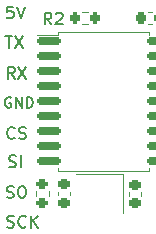
<source format=gto>
G04 #@! TF.GenerationSoftware,KiCad,Pcbnew,(6.0.8)*
G04 #@! TF.CreationDate,2023-04-23T16:45:02+02:00*
G04 #@! TF.ProjectId,17_CAN_Controller,31375f43-414e-45f4-936f-6e74726f6c6c,rev?*
G04 #@! TF.SameCoordinates,Original*
G04 #@! TF.FileFunction,Legend,Top*
G04 #@! TF.FilePolarity,Positive*
%FSLAX46Y46*%
G04 Gerber Fmt 4.6, Leading zero omitted, Abs format (unit mm)*
G04 Created by KiCad (PCBNEW (6.0.8)) date 2023-04-23 16:45:02*
%MOMM*%
%LPD*%
G01*
G04 APERTURE LIST*
G04 Aperture macros list*
%AMRoundRect*
0 Rectangle with rounded corners*
0 $1 Rounding radius*
0 $2 $3 $4 $5 $6 $7 $8 $9 X,Y pos of 4 corners*
0 Add a 4 corners polygon primitive as box body*
4,1,4,$2,$3,$4,$5,$6,$7,$8,$9,$2,$3,0*
0 Add four circle primitives for the rounded corners*
1,1,$1+$1,$2,$3*
1,1,$1+$1,$4,$5*
1,1,$1+$1,$6,$7*
1,1,$1+$1,$8,$9*
0 Add four rect primitives between the rounded corners*
20,1,$1+$1,$2,$3,$4,$5,0*
20,1,$1+$1,$4,$5,$6,$7,0*
20,1,$1+$1,$6,$7,$8,$9,0*
20,1,$1+$1,$8,$9,$2,$3,0*%
G04 Aperture macros list end*
%ADD10C,0.150000*%
%ADD11C,0.120000*%
%ADD12RoundRect,0.200000X0.200000X0.275000X-0.200000X0.275000X-0.200000X-0.275000X0.200000X-0.275000X0*%
%ADD13RoundRect,0.225000X0.225000X0.250000X-0.225000X0.250000X-0.225000X-0.250000X0.225000X-0.250000X0*%
%ADD14RoundRect,0.225000X-0.250000X0.225000X-0.250000X-0.225000X0.250000X-0.225000X0.250000X0.225000X0*%
%ADD15RoundRect,0.200000X-0.275000X0.200000X-0.275000X-0.200000X0.275000X-0.200000X0.275000X0.200000X0*%
%ADD16R,1.400000X1.200000*%
%ADD17RoundRect,0.150000X-0.875000X-0.150000X0.875000X-0.150000X0.875000X0.150000X-0.875000X0.150000X0*%
%ADD18R,1.700000X1.700000*%
%ADD19O,1.700000X1.700000*%
G04 APERTURE END LIST*
D10*
X106449523Y-63092380D02*
X105973333Y-63092380D01*
X105925714Y-63568571D01*
X105973333Y-63520952D01*
X106068571Y-63473333D01*
X106306666Y-63473333D01*
X106401904Y-63520952D01*
X106449523Y-63568571D01*
X106497142Y-63663809D01*
X106497142Y-63901904D01*
X106449523Y-63997142D01*
X106401904Y-64044761D01*
X106306666Y-64092380D01*
X106068571Y-64092380D01*
X105973333Y-64044761D01*
X105925714Y-63997142D01*
X106782857Y-63092380D02*
X107116190Y-64092380D01*
X107449523Y-63092380D01*
X106573333Y-69192380D02*
X106240000Y-68716190D01*
X106001904Y-69192380D02*
X106001904Y-68192380D01*
X106382857Y-68192380D01*
X106478095Y-68240000D01*
X106525714Y-68287619D01*
X106573333Y-68382857D01*
X106573333Y-68525714D01*
X106525714Y-68620952D01*
X106478095Y-68668571D01*
X106382857Y-68716190D01*
X106001904Y-68716190D01*
X106906666Y-68192380D02*
X107573333Y-69192380D01*
X107573333Y-68192380D02*
X106906666Y-69192380D01*
X106573333Y-74197142D02*
X106525714Y-74244761D01*
X106382857Y-74292380D01*
X106287619Y-74292380D01*
X106144761Y-74244761D01*
X106049523Y-74149523D01*
X106001904Y-74054285D01*
X105954285Y-73863809D01*
X105954285Y-73720952D01*
X106001904Y-73530476D01*
X106049523Y-73435238D01*
X106144761Y-73340000D01*
X106287619Y-73292380D01*
X106382857Y-73292380D01*
X106525714Y-73340000D01*
X106573333Y-73387619D01*
X106954285Y-74244761D02*
X107097142Y-74292380D01*
X107335238Y-74292380D01*
X107430476Y-74244761D01*
X107478095Y-74197142D01*
X107525714Y-74101904D01*
X107525714Y-74006666D01*
X107478095Y-73911428D01*
X107430476Y-73863809D01*
X107335238Y-73816190D01*
X107144761Y-73768571D01*
X107049523Y-73720952D01*
X107001904Y-73673333D01*
X106954285Y-73578095D01*
X106954285Y-73482857D01*
X107001904Y-73387619D01*
X107049523Y-73340000D01*
X107144761Y-73292380D01*
X107382857Y-73292380D01*
X107525714Y-73340000D01*
X106116190Y-76644761D02*
X106259047Y-76692380D01*
X106497142Y-76692380D01*
X106592380Y-76644761D01*
X106640000Y-76597142D01*
X106687619Y-76501904D01*
X106687619Y-76406666D01*
X106640000Y-76311428D01*
X106592380Y-76263809D01*
X106497142Y-76216190D01*
X106306666Y-76168571D01*
X106211428Y-76120952D01*
X106163809Y-76073333D01*
X106116190Y-75978095D01*
X106116190Y-75882857D01*
X106163809Y-75787619D01*
X106211428Y-75740000D01*
X106306666Y-75692380D01*
X106544761Y-75692380D01*
X106687619Y-75740000D01*
X107116190Y-76692380D02*
X107116190Y-75692380D01*
X105930476Y-79244761D02*
X106073333Y-79292380D01*
X106311428Y-79292380D01*
X106406666Y-79244761D01*
X106454285Y-79197142D01*
X106501904Y-79101904D01*
X106501904Y-79006666D01*
X106454285Y-78911428D01*
X106406666Y-78863809D01*
X106311428Y-78816190D01*
X106120952Y-78768571D01*
X106025714Y-78720952D01*
X105978095Y-78673333D01*
X105930476Y-78578095D01*
X105930476Y-78482857D01*
X105978095Y-78387619D01*
X106025714Y-78340000D01*
X106120952Y-78292380D01*
X106359047Y-78292380D01*
X106501904Y-78340000D01*
X107120952Y-78292380D02*
X107311428Y-78292380D01*
X107406666Y-78340000D01*
X107501904Y-78435238D01*
X107549523Y-78625714D01*
X107549523Y-78959047D01*
X107501904Y-79149523D01*
X107406666Y-79244761D01*
X107311428Y-79292380D01*
X107120952Y-79292380D01*
X107025714Y-79244761D01*
X106930476Y-79149523D01*
X106882857Y-78959047D01*
X106882857Y-78625714D01*
X106930476Y-78435238D01*
X107025714Y-78340000D01*
X107120952Y-78292380D01*
X105954285Y-81744761D02*
X106097142Y-81792380D01*
X106335238Y-81792380D01*
X106430476Y-81744761D01*
X106478095Y-81697142D01*
X106525714Y-81601904D01*
X106525714Y-81506666D01*
X106478095Y-81411428D01*
X106430476Y-81363809D01*
X106335238Y-81316190D01*
X106144761Y-81268571D01*
X106049523Y-81220952D01*
X106001904Y-81173333D01*
X105954285Y-81078095D01*
X105954285Y-80982857D01*
X106001904Y-80887619D01*
X106049523Y-80840000D01*
X106144761Y-80792380D01*
X106382857Y-80792380D01*
X106525714Y-80840000D01*
X107525714Y-81697142D02*
X107478095Y-81744761D01*
X107335238Y-81792380D01*
X107240000Y-81792380D01*
X107097142Y-81744761D01*
X107001904Y-81649523D01*
X106954285Y-81554285D01*
X106906666Y-81363809D01*
X106906666Y-81220952D01*
X106954285Y-81030476D01*
X107001904Y-80935238D01*
X107097142Y-80840000D01*
X107240000Y-80792380D01*
X107335238Y-80792380D01*
X107478095Y-80840000D01*
X107525714Y-80887619D01*
X107954285Y-81792380D02*
X107954285Y-80792380D01*
X108525714Y-81792380D02*
X108097142Y-81220952D01*
X108525714Y-80792380D02*
X107954285Y-81363809D01*
X106248285Y-70790000D02*
X106162571Y-70747142D01*
X106034000Y-70747142D01*
X105905428Y-70790000D01*
X105819714Y-70875714D01*
X105776857Y-70961428D01*
X105734000Y-71132857D01*
X105734000Y-71261428D01*
X105776857Y-71432857D01*
X105819714Y-71518571D01*
X105905428Y-71604285D01*
X106034000Y-71647142D01*
X106119714Y-71647142D01*
X106248285Y-71604285D01*
X106291142Y-71561428D01*
X106291142Y-71261428D01*
X106119714Y-71261428D01*
X106676857Y-71647142D02*
X106676857Y-70747142D01*
X107191142Y-71647142D01*
X107191142Y-70747142D01*
X107619714Y-71647142D02*
X107619714Y-70747142D01*
X107834000Y-70747142D01*
X107962571Y-70790000D01*
X108048285Y-70875714D01*
X108091142Y-70961428D01*
X108134000Y-71132857D01*
X108134000Y-71261428D01*
X108091142Y-71432857D01*
X108048285Y-71518571D01*
X107962571Y-71604285D01*
X107834000Y-71647142D01*
X107619714Y-71647142D01*
X105778095Y-65592380D02*
X106349523Y-65592380D01*
X106063809Y-66592380D02*
X106063809Y-65592380D01*
X106587619Y-65592380D02*
X107254285Y-66592380D01*
X107254285Y-65592380D02*
X106587619Y-66592380D01*
X109688333Y-64587380D02*
X109355000Y-64111190D01*
X109116904Y-64587380D02*
X109116904Y-63587380D01*
X109497857Y-63587380D01*
X109593095Y-63635000D01*
X109640714Y-63682619D01*
X109688333Y-63777857D01*
X109688333Y-63920714D01*
X109640714Y-64015952D01*
X109593095Y-64063571D01*
X109497857Y-64111190D01*
X109116904Y-64111190D01*
X110069285Y-63682619D02*
X110116904Y-63635000D01*
X110212142Y-63587380D01*
X110450238Y-63587380D01*
X110545476Y-63635000D01*
X110593095Y-63682619D01*
X110640714Y-63777857D01*
X110640714Y-63873095D01*
X110593095Y-64015952D01*
X110021666Y-64587380D01*
X110640714Y-64587380D01*
D11*
X112777258Y-63517500D02*
X112302742Y-63517500D01*
X112777258Y-64562500D02*
X112302742Y-64562500D01*
X118180580Y-63530000D02*
X117899420Y-63530000D01*
X118180580Y-64550000D02*
X117899420Y-64550000D01*
X110230000Y-78774420D02*
X110230000Y-79055580D01*
X111250000Y-78774420D02*
X111250000Y-79055580D01*
X116230000Y-78799420D02*
X116230000Y-79080580D01*
X117250000Y-78799420D02*
X117250000Y-79080580D01*
X108417500Y-78677742D02*
X108417500Y-79152258D01*
X109462500Y-78677742D02*
X109462500Y-79152258D01*
X115740000Y-80590000D02*
X115740000Y-77290000D01*
X115740000Y-77290000D02*
X111740000Y-77290000D01*
X110280000Y-65235000D02*
X110280000Y-65480000D01*
X114140000Y-65235000D02*
X118000000Y-65235000D01*
X114140000Y-77005000D02*
X118000000Y-77005000D01*
X110280000Y-65480000D02*
X108465000Y-65480000D01*
X114140000Y-65235000D02*
X110280000Y-65235000D01*
X114140000Y-77005000D02*
X110280000Y-77005000D01*
X118000000Y-65235000D02*
X118000000Y-65480000D01*
X118000000Y-77005000D02*
X118000000Y-76760000D01*
X110280000Y-77005000D02*
X110280000Y-76760000D01*
%LPC*%
D12*
X113365000Y-64040000D03*
X111715000Y-64040000D03*
D13*
X118815000Y-64040000D03*
X117265000Y-64040000D03*
D14*
X110740000Y-78140000D03*
X110740000Y-79690000D03*
X116740000Y-78165000D03*
X116740000Y-79715000D03*
D15*
X108940000Y-78090000D03*
X108940000Y-79740000D03*
D16*
X114840000Y-78090000D03*
X112640000Y-78090000D03*
X112640000Y-79790000D03*
X114840000Y-79790000D03*
D17*
X109490000Y-66040000D03*
X109490000Y-67310000D03*
X109490000Y-68580000D03*
X109490000Y-69850000D03*
X109490000Y-71120000D03*
X109490000Y-72390000D03*
X109490000Y-73660000D03*
X109490000Y-74930000D03*
X109490000Y-76200000D03*
X118790000Y-76200000D03*
X118790000Y-74930000D03*
X118790000Y-73660000D03*
X118790000Y-72390000D03*
X118790000Y-71120000D03*
X118790000Y-69850000D03*
X118790000Y-68580000D03*
X118790000Y-67310000D03*
X118790000Y-66040000D03*
D18*
X104140000Y-63500000D03*
D19*
X104140000Y-66040000D03*
X104140000Y-68580000D03*
X104140000Y-71120000D03*
X104140000Y-73660000D03*
X104140000Y-76200000D03*
X104140000Y-78740000D03*
X104140000Y-81280000D03*
D18*
X119380000Y-81280000D03*
M02*

</source>
